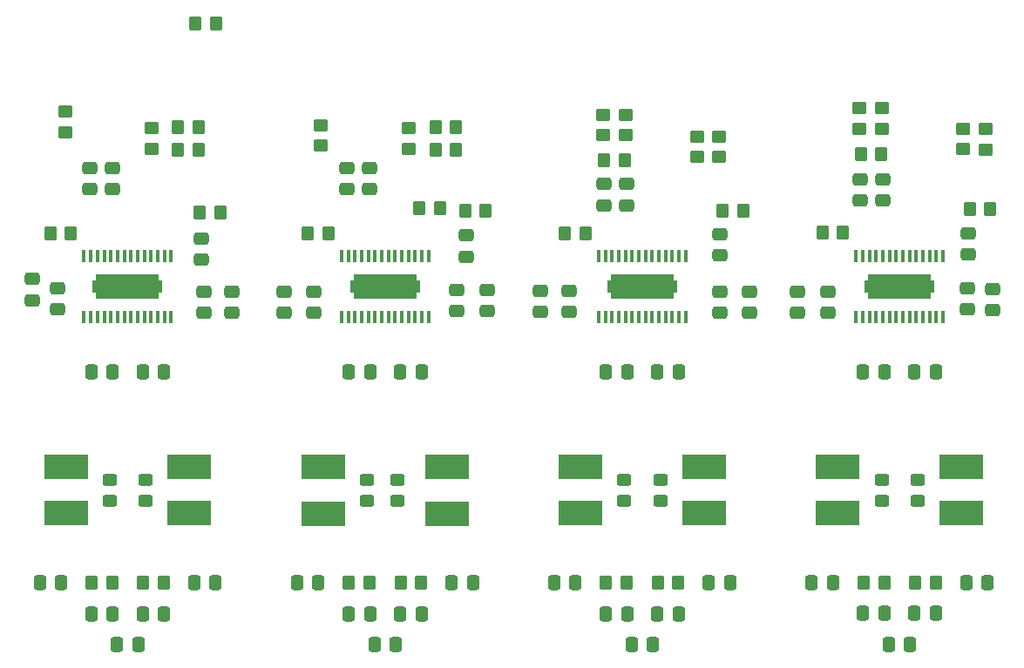
<source format=gbr>
%TF.GenerationSoftware,KiCad,Pcbnew,8.0.7*%
%TF.CreationDate,2025-07-18T12:07:21-04:00*%
%TF.ProjectId,Amplifier_board,416d706c-6966-4696-9572-5f626f617264,rev?*%
%TF.SameCoordinates,Original*%
%TF.FileFunction,Paste,Top*%
%TF.FilePolarity,Positive*%
%FSLAX46Y46*%
G04 Gerber Fmt 4.6, Leading zero omitted, Abs format (unit mm)*
G04 Created by KiCad (PCBNEW 8.0.7) date 2025-07-18 12:07:21*
%MOMM*%
%LPD*%
G01*
G04 APERTURE LIST*
G04 Aperture macros list*
%AMRoundRect*
0 Rectangle with rounded corners*
0 $1 Rounding radius*
0 $2 $3 $4 $5 $6 $7 $8 $9 X,Y pos of 4 corners*
0 Add a 4 corners polygon primitive as box body*
4,1,4,$2,$3,$4,$5,$6,$7,$8,$9,$2,$3,0*
0 Add four circle primitives for the rounded corners*
1,1,$1+$1,$2,$3*
1,1,$1+$1,$4,$5*
1,1,$1+$1,$6,$7*
1,1,$1+$1,$8,$9*
0 Add four rect primitives between the rounded corners*
20,1,$1+$1,$2,$3,$4,$5,0*
20,1,$1+$1,$4,$5,$6,$7,0*
20,1,$1+$1,$6,$7,$8,$9,0*
20,1,$1+$1,$8,$9,$2,$3,0*%
%AMFreePoly0*
4,1,13,0.632222,3.085000,1.200000,3.085000,1.200000,-3.085001,0.625000,-3.085001,0.625000,-3.345000,-0.625000,-3.345000,-0.625000,-3.085001,-1.200000,-3.085001,-1.200000,3.085000,-0.617778,3.085000,-0.625000,3.345000,0.625000,3.345000,0.632222,3.085000,0.632222,3.085000,$1*%
G04 Aperture macros list end*
%ADD10RoundRect,0.250000X0.475000X-0.337500X0.475000X0.337500X-0.475000X0.337500X-0.475000X-0.337500X0*%
%ADD11RoundRect,0.250000X-0.450000X0.325000X-0.450000X-0.325000X0.450000X-0.325000X0.450000X0.325000X0*%
%ADD12R,4.200000X2.400000*%
%ADD13RoundRect,0.250000X-0.450000X0.350000X-0.450000X-0.350000X0.450000X-0.350000X0.450000X0.350000X0*%
%ADD14RoundRect,0.250000X0.450000X-0.350000X0.450000X0.350000X-0.450000X0.350000X-0.450000X-0.350000X0*%
%ADD15RoundRect,0.250000X-0.337500X-0.475000X0.337500X-0.475000X0.337500X0.475000X-0.337500X0.475000X0*%
%ADD16R,0.304800X1.270000*%
%ADD17FreePoly0,270.000000*%
%ADD18RoundRect,0.250000X0.337500X0.475000X-0.337500X0.475000X-0.337500X-0.475000X0.337500X-0.475000X0*%
%ADD19RoundRect,0.250000X-0.350000X-0.450000X0.350000X-0.450000X0.350000X0.450000X-0.350000X0.450000X0*%
%ADD20RoundRect,0.250000X-0.475000X0.337500X-0.475000X-0.337500X0.475000X-0.337500X0.475000X0.337500X0*%
%ADD21RoundRect,0.250000X0.350000X0.450000X-0.350000X0.450000X-0.350000X-0.450000X0.350000X-0.450000X0*%
G04 APERTURE END LIST*
D10*
%TO.C,C5*%
X94200000Y-91075000D03*
X94200000Y-89000000D03*
%TD*%
D11*
%TO.C,FB4*%
X160250000Y-112475000D03*
X160250000Y-114525000D03*
%TD*%
D12*
%TO.C,L3*%
X142990000Y-111240000D03*
X142990000Y-115740000D03*
%TD*%
D13*
%TO.C,R33*%
X80950000Y-76680000D03*
X80950000Y-78680000D03*
%TD*%
D14*
%TO.C,R19*%
X135380000Y-78980000D03*
X135380000Y-76980000D03*
%TD*%
D15*
%TO.C,C64*%
X138452500Y-125490000D03*
X140527500Y-125490000D03*
%TD*%
D12*
%TO.C,L5*%
X81000000Y-111250000D03*
X81000000Y-115750000D03*
%TD*%
D15*
%TO.C,C7*%
X83462500Y-102000000D03*
X85537500Y-102000000D03*
%TD*%
D11*
%TO.C,FB2*%
X110250000Y-112475000D03*
X110250000Y-114525000D03*
%TD*%
D15*
%TO.C,C51*%
X158462500Y-101977620D03*
X160537500Y-101977620D03*
%TD*%
%TO.C,C72*%
X135952500Y-128490000D03*
X138027500Y-128490000D03*
%TD*%
D16*
%TO.C,U4*%
X166225074Y-90705821D03*
X165575063Y-90705821D03*
X164925051Y-90705821D03*
X164275040Y-90705821D03*
X163625028Y-90705821D03*
X162975017Y-90705821D03*
X162325006Y-90705821D03*
X161674994Y-90705821D03*
X161024983Y-90705821D03*
X160374972Y-90705821D03*
X159724960Y-90705821D03*
X159074949Y-90705821D03*
X158424937Y-90705821D03*
X157774926Y-90705821D03*
X157774926Y-96649421D03*
X158424937Y-96649421D03*
X159074949Y-96649421D03*
X159724960Y-96649421D03*
X160374972Y-96649421D03*
X161024983Y-96649421D03*
X161674994Y-96649421D03*
X162325006Y-96649421D03*
X162975017Y-96649421D03*
X163625028Y-96649421D03*
X164275040Y-96649421D03*
X164925051Y-96649421D03*
X165575063Y-96649421D03*
X166225074Y-96649421D03*
D17*
X162000000Y-93677621D03*
%TD*%
D18*
%TO.C,C44*%
X130527500Y-122490000D03*
X128452500Y-122490000D03*
%TD*%
%TO.C,C29*%
X105547500Y-122507621D03*
X103472500Y-122507621D03*
%TD*%
D19*
%TO.C,R7*%
X154500001Y-88477621D03*
X156500001Y-88477621D03*
%TD*%
D11*
%TO.C,FB5*%
X88750000Y-112475000D03*
X88750000Y-114525000D03*
%TD*%
%TO.C,FB7*%
X138750000Y-112475000D03*
X138750000Y-114525000D03*
%TD*%
D19*
%TO.C,R3*%
X104510000Y-88507621D03*
X106510000Y-88507621D03*
%TD*%
%TO.C,R17*%
X91900000Y-80400000D03*
X93900000Y-80400000D03*
%TD*%
D18*
%TO.C,C35*%
X140527500Y-101990000D03*
X138452500Y-101990000D03*
%TD*%
D19*
%TO.C,R13*%
X83500000Y-122500000D03*
X85500000Y-122500000D03*
%TD*%
D15*
%TO.C,C70*%
X85962500Y-128500000D03*
X88037500Y-128500000D03*
%TD*%
D16*
%TO.C,U3*%
X141215074Y-90718200D03*
X140565063Y-90718200D03*
X139915051Y-90718200D03*
X139265040Y-90718200D03*
X138615028Y-90718200D03*
X137965017Y-90718200D03*
X137315006Y-90718200D03*
X136664994Y-90718200D03*
X136014983Y-90718200D03*
X135364972Y-90718200D03*
X134714960Y-90718200D03*
X134064949Y-90718200D03*
X133414937Y-90718200D03*
X132764926Y-90718200D03*
X132764926Y-96661800D03*
X133414937Y-96661800D03*
X134064949Y-96661800D03*
X134714960Y-96661800D03*
X135364972Y-96661800D03*
X136014983Y-96661800D03*
X136664994Y-96661800D03*
X137315006Y-96661800D03*
X137965017Y-96661800D03*
X138615028Y-96661800D03*
X139265040Y-96661800D03*
X139915051Y-96661800D03*
X140565063Y-96661800D03*
X141215074Y-96661800D03*
D17*
X136990000Y-93690000D03*
%TD*%
D15*
%TO.C,C71*%
X110972500Y-128507621D03*
X113047500Y-128507621D03*
%TD*%
D11*
%TO.C,FB6*%
X113250000Y-112475000D03*
X113250000Y-114525000D03*
%TD*%
D13*
%TO.C,R32*%
X170380000Y-78400000D03*
X170380000Y-80400000D03*
%TD*%
D15*
%TO.C,C73*%
X160962500Y-128477621D03*
X163037500Y-128477621D03*
%TD*%
D14*
%TO.C,R26*%
X114310000Y-80307621D03*
X114310000Y-78307621D03*
%TD*%
D10*
%TO.C,C16*%
X110510000Y-84245121D03*
X110510000Y-82170121D03*
%TD*%
D20*
%TO.C,C45*%
X158200000Y-83265000D03*
X158200000Y-85340000D03*
%TD*%
D15*
%TO.C,C67*%
X108472500Y-125507621D03*
X110547500Y-125507621D03*
%TD*%
D21*
%TO.C,R8*%
X170800000Y-86200000D03*
X168800000Y-86200000D03*
%TD*%
D19*
%TO.C,R5*%
X129490000Y-88490000D03*
X131490000Y-88490000D03*
%TD*%
D10*
%TO.C,C31*%
X135480000Y-85810000D03*
X135480000Y-83735000D03*
%TD*%
D11*
%TO.C,FB8*%
X163750000Y-112475000D03*
X163750000Y-114525000D03*
%TD*%
D15*
%TO.C,C36*%
X133452500Y-101990000D03*
X135527500Y-101990000D03*
%TD*%
D10*
%TO.C,C49*%
X168700000Y-90575000D03*
X168700000Y-88500000D03*
%TD*%
D11*
%TO.C,FB1*%
X85250000Y-112475000D03*
X85250000Y-114525000D03*
%TD*%
D14*
%TO.C,R24*%
X158120000Y-78330000D03*
X158120000Y-76330000D03*
%TD*%
%TO.C,R25*%
X89300000Y-80300000D03*
X89300000Y-78300000D03*
%TD*%
D19*
%TO.C,R21*%
X91900000Y-78200000D03*
X93900000Y-78200000D03*
%TD*%
D15*
%TO.C,C21*%
X108472500Y-102007621D03*
X110547500Y-102007621D03*
%TD*%
D19*
%TO.C,R18*%
X116910000Y-80407621D03*
X118910000Y-80407621D03*
%TD*%
D18*
%TO.C,C54*%
X95537500Y-122500000D03*
X93462500Y-122500000D03*
%TD*%
D13*
%TO.C,R35*%
X142340000Y-79120000D03*
X142340000Y-81120000D03*
%TD*%
D18*
%TO.C,C58*%
X80537500Y-122500000D03*
X78462500Y-122500000D03*
%TD*%
D21*
%TO.C,R6*%
X146800000Y-86300000D03*
X144800000Y-86300000D03*
%TD*%
D19*
%TO.C,R15*%
X133490000Y-122490000D03*
X135490000Y-122490000D03*
%TD*%
D12*
%TO.C,L2*%
X118010000Y-111257621D03*
X118010000Y-115757621D03*
%TD*%
D10*
%TO.C,C34*%
X144500000Y-90675000D03*
X144500000Y-88600000D03*
%TD*%
D15*
%TO.C,C63*%
X113472500Y-125507621D03*
X115547500Y-125507621D03*
%TD*%
D13*
%TO.C,R36*%
X168160000Y-78360000D03*
X168160000Y-80360000D03*
%TD*%
D15*
%TO.C,C65*%
X163462500Y-125477621D03*
X165537500Y-125477621D03*
%TD*%
D12*
%TO.C,L4*%
X168000000Y-111227621D03*
X168000000Y-115727621D03*
%TD*%
D19*
%TO.C,R1*%
X79500000Y-88500000D03*
X81500000Y-88500000D03*
%TD*%
D20*
%TO.C,C30*%
X133280000Y-83735000D03*
X133280000Y-85810000D03*
%TD*%
D12*
%TO.C,L1*%
X93000000Y-111250000D03*
X93000000Y-115750000D03*
%TD*%
D21*
%TO.C,R4*%
X121800000Y-86300000D03*
X119800000Y-86300000D03*
%TD*%
D19*
%TO.C,R16*%
X158500000Y-122477621D03*
X160500000Y-122477621D03*
%TD*%
D14*
%TO.C,R20*%
X160320000Y-78330000D03*
X160320000Y-76330000D03*
%TD*%
D18*
%TO.C,C6*%
X90537500Y-102000000D03*
X88462500Y-102000000D03*
%TD*%
D15*
%TO.C,C66*%
X83462500Y-125500000D03*
X85537500Y-125500000D03*
%TD*%
D18*
%TO.C,C50*%
X165537500Y-101977620D03*
X163462500Y-101977620D03*
%TD*%
D21*
%TO.C,R2*%
X96000000Y-86500000D03*
X94000000Y-86500000D03*
%TD*%
D15*
%TO.C,C68*%
X133452500Y-125490000D03*
X135527500Y-125490000D03*
%TD*%
D19*
%TO.C,R10*%
X113510000Y-122507621D03*
X115510000Y-122507621D03*
%TD*%
D18*
%TO.C,C28*%
X120547500Y-122507621D03*
X118472500Y-122507621D03*
%TD*%
D19*
%TO.C,R12*%
X163500000Y-122477621D03*
X165500000Y-122477621D03*
%TD*%
D12*
%TO.C,L7*%
X130990000Y-111240000D03*
X130990000Y-115740000D03*
%TD*%
D19*
%TO.C,R9*%
X88500000Y-122500000D03*
X90500000Y-122500000D03*
%TD*%
D11*
%TO.C,FB3*%
X135250000Y-112475000D03*
X135250000Y-114525000D03*
%TD*%
D19*
%TO.C,R22*%
X116910000Y-78207621D03*
X118910000Y-78207621D03*
%TD*%
D16*
%TO.C,U2*%
X116235074Y-90735821D03*
X115585063Y-90735821D03*
X114935051Y-90735821D03*
X114285040Y-90735821D03*
X113635028Y-90735821D03*
X112985017Y-90735821D03*
X112335006Y-90735821D03*
X111684994Y-90735821D03*
X111034983Y-90735821D03*
X110384972Y-90735821D03*
X109734960Y-90735821D03*
X109084949Y-90735821D03*
X108434937Y-90735821D03*
X107784926Y-90735821D03*
X107784926Y-96679421D03*
X108434937Y-96679421D03*
X109084949Y-96679421D03*
X109734960Y-96679421D03*
X110384972Y-96679421D03*
X111034983Y-96679421D03*
X111684994Y-96679421D03*
X112335006Y-96679421D03*
X112985017Y-96679421D03*
X113635028Y-96679421D03*
X114285040Y-96679421D03*
X114935051Y-96679421D03*
X115585063Y-96679421D03*
X116235074Y-96679421D03*
D17*
X112010000Y-93707621D03*
%TD*%
D18*
%TO.C,C61*%
X155537500Y-122477620D03*
X153462500Y-122477620D03*
%TD*%
D15*
%TO.C,C62*%
X88462500Y-125500000D03*
X90537500Y-125500000D03*
%TD*%
D12*
%TO.C,L8*%
X156000000Y-111227620D03*
X156000000Y-115727620D03*
%TD*%
%TO.C,L6*%
X106010000Y-111257621D03*
X106010000Y-115757621D03*
%TD*%
D20*
%TO.C,C15*%
X108310000Y-82170121D03*
X108310000Y-84245121D03*
%TD*%
D18*
%TO.C,C20*%
X115547500Y-102007621D03*
X113472500Y-102007621D03*
%TD*%
%TO.C,C43*%
X145527500Y-122490000D03*
X143452500Y-122490000D03*
%TD*%
D20*
%TO.C,C1*%
X83300000Y-82162500D03*
X83300000Y-84237500D03*
%TD*%
D16*
%TO.C,U1*%
X91225074Y-90728200D03*
X90575063Y-90728200D03*
X89925051Y-90728200D03*
X89275040Y-90728200D03*
X88625028Y-90728200D03*
X87975017Y-90728200D03*
X87325006Y-90728200D03*
X86674994Y-90728200D03*
X86024983Y-90728200D03*
X85374972Y-90728200D03*
X84724960Y-90728200D03*
X84074949Y-90728200D03*
X83424937Y-90728200D03*
X82774926Y-90728200D03*
X82774926Y-96671800D03*
X83424937Y-96671800D03*
X84074949Y-96671800D03*
X84724960Y-96671800D03*
X85374972Y-96671800D03*
X86024983Y-96671800D03*
X86674994Y-96671800D03*
X87325006Y-96671800D03*
X87975017Y-96671800D03*
X88625028Y-96671800D03*
X89275040Y-96671800D03*
X89925051Y-96671800D03*
X90575063Y-96671800D03*
X91225074Y-96671800D03*
D17*
X87000000Y-93700000D03*
%TD*%
D19*
%TO.C,R11*%
X138490000Y-122490000D03*
X140490000Y-122490000D03*
%TD*%
%TO.C,R29*%
X93580000Y-68100000D03*
X95580000Y-68100000D03*
%TD*%
D14*
%TO.C,R23*%
X133180000Y-78980000D03*
X133180000Y-76980000D03*
%TD*%
D19*
%TO.C,R14*%
X108510000Y-122507621D03*
X110510000Y-122507621D03*
%TD*%
D18*
%TO.C,C60*%
X170537500Y-122477621D03*
X168462500Y-122477621D03*
%TD*%
D13*
%TO.C,R31*%
X144440000Y-79120000D03*
X144440000Y-81120000D03*
%TD*%
D21*
%TO.C,R30*%
X117370000Y-86100000D03*
X115370000Y-86100000D03*
%TD*%
D10*
%TO.C,C2*%
X85500000Y-84237500D03*
X85500000Y-82162500D03*
%TD*%
D13*
%TO.C,R34*%
X105770000Y-78020000D03*
X105770000Y-80020000D03*
%TD*%
D21*
%TO.C,R27*%
X135310000Y-81420000D03*
X133310000Y-81420000D03*
%TD*%
D15*
%TO.C,C69*%
X158462500Y-125477621D03*
X160537500Y-125477621D03*
%TD*%
D10*
%TO.C,C46*%
X160400000Y-85340000D03*
X160400000Y-83265000D03*
%TD*%
D21*
%TO.C,R28*%
X160240000Y-80790000D03*
X158240000Y-80790000D03*
%TD*%
D10*
%TO.C,C19*%
X119900000Y-90775000D03*
X119900000Y-88700000D03*
%TD*%
%TO.C,C57*%
X155000000Y-96275000D03*
X155000000Y-94200000D03*
%TD*%
%TO.C,C56*%
X171000000Y-96000000D03*
X171000000Y-93925000D03*
%TD*%
%TO.C,C39*%
X127100000Y-96175000D03*
X127100000Y-94100000D03*
%TD*%
%TO.C,C55*%
X152100000Y-96275000D03*
X152100000Y-94200000D03*
%TD*%
%TO.C,C12*%
X80200000Y-95937500D03*
X80200000Y-93862500D03*
%TD*%
%TO.C,C59*%
X168600000Y-95937500D03*
X168600000Y-93862500D03*
%TD*%
%TO.C,C10*%
X77700000Y-95037500D03*
X77700000Y-92962500D03*
%TD*%
%TO.C,C40*%
X147400000Y-96275000D03*
X147400000Y-94200000D03*
%TD*%
%TO.C,C41*%
X129900000Y-96175000D03*
X129900000Y-94100000D03*
%TD*%
%TO.C,C25*%
X121900000Y-96075000D03*
X121900000Y-94000000D03*
%TD*%
%TO.C,C13*%
X97100000Y-96237500D03*
X97100000Y-94162500D03*
%TD*%
%TO.C,C24*%
X102200000Y-96237500D03*
X102200000Y-94162500D03*
%TD*%
%TO.C,C27*%
X119000000Y-96075000D03*
X119000000Y-94000000D03*
%TD*%
%TO.C,C42*%
X144500000Y-96275000D03*
X144500000Y-94200000D03*
%TD*%
%TO.C,C26*%
X105100000Y-96237500D03*
X105100000Y-94162500D03*
%TD*%
%TO.C,C11*%
X94400000Y-96275000D03*
X94400000Y-94200000D03*
%TD*%
M02*

</source>
